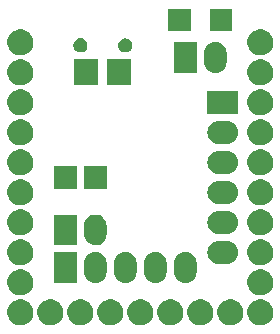
<source format=gbr>
G04 #@! TF.FileFunction,Soldermask,Bot*
%FSLAX46Y46*%
G04 Gerber Fmt 4.6, Leading zero omitted, Abs format (unit mm)*
G04 Created by KiCad (PCBNEW 0.201509251832+6217~30~ubuntu14.04.1-product) date gio 08 ott 2015 22:57:14 CEST*
%MOMM*%
G01*
G04 APERTURE LIST*
%ADD10C,0.100000*%
G04 APERTURE END LIST*
D10*
G36*
X138545538Y-114470726D02*
X138756852Y-114514103D01*
X138955721Y-114597699D01*
X139134563Y-114718330D01*
X139286569Y-114871401D01*
X139405948Y-115051080D01*
X139488153Y-115250525D01*
X139529848Y-115461101D01*
X139529848Y-115461132D01*
X139530047Y-115462139D01*
X139526606Y-115708534D01*
X139526380Y-115709531D01*
X139526379Y-115709567D01*
X139478821Y-115918891D01*
X139391077Y-116115969D01*
X139266728Y-116292245D01*
X139110506Y-116441012D01*
X138928369Y-116556600D01*
X138727243Y-116634611D01*
X138514800Y-116672071D01*
X138299126Y-116667553D01*
X138088434Y-116621230D01*
X137890758Y-116534867D01*
X137713613Y-116411749D01*
X137563760Y-116256571D01*
X137446902Y-116075243D01*
X137367491Y-115874673D01*
X137328547Y-115662488D01*
X137331560Y-115446792D01*
X137376412Y-115235780D01*
X137461392Y-115037505D01*
X137583269Y-114859508D01*
X137737396Y-114708576D01*
X137917904Y-114590455D01*
X138117922Y-114509643D01*
X138329823Y-114469220D01*
X138545538Y-114470726D01*
X138545538Y-114470726D01*
G37*
G36*
X141085538Y-114470726D02*
X141296852Y-114514103D01*
X141495721Y-114597699D01*
X141674563Y-114718330D01*
X141826569Y-114871401D01*
X141945948Y-115051080D01*
X142028153Y-115250525D01*
X142069848Y-115461101D01*
X142069848Y-115461132D01*
X142070047Y-115462139D01*
X142066606Y-115708534D01*
X142066380Y-115709531D01*
X142066379Y-115709567D01*
X142018821Y-115918891D01*
X141931077Y-116115969D01*
X141806728Y-116292245D01*
X141650506Y-116441012D01*
X141468369Y-116556600D01*
X141267243Y-116634611D01*
X141054800Y-116672071D01*
X140839126Y-116667553D01*
X140628434Y-116621230D01*
X140430758Y-116534867D01*
X140253613Y-116411749D01*
X140103760Y-116256571D01*
X139986902Y-116075243D01*
X139907491Y-115874673D01*
X139868547Y-115662488D01*
X139871560Y-115446792D01*
X139916412Y-115235780D01*
X140001392Y-115037505D01*
X140123269Y-114859508D01*
X140277396Y-114708576D01*
X140457904Y-114590455D01*
X140657922Y-114509643D01*
X140869823Y-114469220D01*
X141085538Y-114470726D01*
X141085538Y-114470726D01*
G37*
G36*
X151245538Y-114470726D02*
X151456852Y-114514103D01*
X151655721Y-114597699D01*
X151834563Y-114718330D01*
X151986569Y-114871401D01*
X152105948Y-115051080D01*
X152188153Y-115250525D01*
X152229848Y-115461101D01*
X152229848Y-115461132D01*
X152230047Y-115462139D01*
X152226606Y-115708534D01*
X152226380Y-115709531D01*
X152226379Y-115709567D01*
X152178821Y-115918891D01*
X152091077Y-116115969D01*
X151966728Y-116292245D01*
X151810506Y-116441012D01*
X151628369Y-116556600D01*
X151427243Y-116634611D01*
X151214800Y-116672071D01*
X150999126Y-116667553D01*
X150788434Y-116621230D01*
X150590758Y-116534867D01*
X150413613Y-116411749D01*
X150263760Y-116256571D01*
X150146902Y-116075243D01*
X150067491Y-115874673D01*
X150028547Y-115662488D01*
X150031560Y-115446792D01*
X150076412Y-115235780D01*
X150161392Y-115037505D01*
X150283269Y-114859508D01*
X150437396Y-114708576D01*
X150617904Y-114590455D01*
X150817922Y-114509643D01*
X151029823Y-114469220D01*
X151245538Y-114470726D01*
X151245538Y-114470726D01*
G37*
G36*
X143625538Y-114470726D02*
X143836852Y-114514103D01*
X144035721Y-114597699D01*
X144214563Y-114718330D01*
X144366569Y-114871401D01*
X144485948Y-115051080D01*
X144568153Y-115250525D01*
X144609848Y-115461101D01*
X144609848Y-115461132D01*
X144610047Y-115462139D01*
X144606606Y-115708534D01*
X144606380Y-115709531D01*
X144606379Y-115709567D01*
X144558821Y-115918891D01*
X144471077Y-116115969D01*
X144346728Y-116292245D01*
X144190506Y-116441012D01*
X144008369Y-116556600D01*
X143807243Y-116634611D01*
X143594800Y-116672071D01*
X143379126Y-116667553D01*
X143168434Y-116621230D01*
X142970758Y-116534867D01*
X142793613Y-116411749D01*
X142643760Y-116256571D01*
X142526902Y-116075243D01*
X142447491Y-115874673D01*
X142408547Y-115662488D01*
X142411560Y-115446792D01*
X142456412Y-115235780D01*
X142541392Y-115037505D01*
X142663269Y-114859508D01*
X142817396Y-114708576D01*
X142997904Y-114590455D01*
X143197922Y-114509643D01*
X143409823Y-114469220D01*
X143625538Y-114470726D01*
X143625538Y-114470726D01*
G37*
G36*
X146165538Y-114470726D02*
X146376852Y-114514103D01*
X146575721Y-114597699D01*
X146754563Y-114718330D01*
X146906569Y-114871401D01*
X147025948Y-115051080D01*
X147108153Y-115250525D01*
X147149848Y-115461101D01*
X147149848Y-115461132D01*
X147150047Y-115462139D01*
X147146606Y-115708534D01*
X147146380Y-115709531D01*
X147146379Y-115709567D01*
X147098821Y-115918891D01*
X147011077Y-116115969D01*
X146886728Y-116292245D01*
X146730506Y-116441012D01*
X146548369Y-116556600D01*
X146347243Y-116634611D01*
X146134800Y-116672071D01*
X145919126Y-116667553D01*
X145708434Y-116621230D01*
X145510758Y-116534867D01*
X145333613Y-116411749D01*
X145183760Y-116256571D01*
X145066902Y-116075243D01*
X144987491Y-115874673D01*
X144948547Y-115662488D01*
X144951560Y-115446792D01*
X144996412Y-115235780D01*
X145081392Y-115037505D01*
X145203269Y-114859508D01*
X145357396Y-114708576D01*
X145537904Y-114590455D01*
X145737922Y-114509643D01*
X145949823Y-114469220D01*
X146165538Y-114470726D01*
X146165538Y-114470726D01*
G37*
G36*
X153785538Y-114470726D02*
X153996852Y-114514103D01*
X154195721Y-114597699D01*
X154374563Y-114718330D01*
X154526569Y-114871401D01*
X154645948Y-115051080D01*
X154728153Y-115250525D01*
X154769848Y-115461101D01*
X154769848Y-115461132D01*
X154770047Y-115462139D01*
X154766606Y-115708534D01*
X154766380Y-115709531D01*
X154766379Y-115709567D01*
X154718821Y-115918891D01*
X154631077Y-116115969D01*
X154506728Y-116292245D01*
X154350506Y-116441012D01*
X154168369Y-116556600D01*
X153967243Y-116634611D01*
X153754800Y-116672071D01*
X153539126Y-116667553D01*
X153328434Y-116621230D01*
X153130758Y-116534867D01*
X152953613Y-116411749D01*
X152803760Y-116256571D01*
X152686902Y-116075243D01*
X152607491Y-115874673D01*
X152568547Y-115662488D01*
X152571560Y-115446792D01*
X152616412Y-115235780D01*
X152701392Y-115037505D01*
X152823269Y-114859508D01*
X152977396Y-114708576D01*
X153157904Y-114590455D01*
X153357922Y-114509643D01*
X153569823Y-114469220D01*
X153785538Y-114470726D01*
X153785538Y-114470726D01*
G37*
G36*
X156325538Y-114470726D02*
X156536852Y-114514103D01*
X156735721Y-114597699D01*
X156914563Y-114718330D01*
X157066569Y-114871401D01*
X157185948Y-115051080D01*
X157268153Y-115250525D01*
X157309848Y-115461101D01*
X157309848Y-115461132D01*
X157310047Y-115462139D01*
X157306606Y-115708534D01*
X157306380Y-115709531D01*
X157306379Y-115709567D01*
X157258821Y-115918891D01*
X157171077Y-116115969D01*
X157046728Y-116292245D01*
X156890506Y-116441012D01*
X156708369Y-116556600D01*
X156507243Y-116634611D01*
X156294800Y-116672071D01*
X156079126Y-116667553D01*
X155868434Y-116621230D01*
X155670758Y-116534867D01*
X155493613Y-116411749D01*
X155343760Y-116256571D01*
X155226902Y-116075243D01*
X155147491Y-115874673D01*
X155108547Y-115662488D01*
X155111560Y-115446792D01*
X155156412Y-115235780D01*
X155241392Y-115037505D01*
X155363269Y-114859508D01*
X155517396Y-114708576D01*
X155697904Y-114590455D01*
X155897922Y-114509643D01*
X156109823Y-114469220D01*
X156325538Y-114470726D01*
X156325538Y-114470726D01*
G37*
G36*
X158865538Y-114470726D02*
X159076852Y-114514103D01*
X159275721Y-114597699D01*
X159454563Y-114718330D01*
X159606569Y-114871401D01*
X159725948Y-115051080D01*
X159808153Y-115250525D01*
X159849848Y-115461101D01*
X159849848Y-115461132D01*
X159850047Y-115462139D01*
X159846606Y-115708534D01*
X159846380Y-115709531D01*
X159846379Y-115709567D01*
X159798821Y-115918891D01*
X159711077Y-116115969D01*
X159586728Y-116292245D01*
X159430506Y-116441012D01*
X159248369Y-116556600D01*
X159047243Y-116634611D01*
X158834800Y-116672071D01*
X158619126Y-116667553D01*
X158408434Y-116621230D01*
X158210758Y-116534867D01*
X158033613Y-116411749D01*
X157883760Y-116256571D01*
X157766902Y-116075243D01*
X157687491Y-115874673D01*
X157648547Y-115662488D01*
X157651560Y-115446792D01*
X157696412Y-115235780D01*
X157781392Y-115037505D01*
X157903269Y-114859508D01*
X158057396Y-114708576D01*
X158237904Y-114590455D01*
X158437922Y-114509643D01*
X158649823Y-114469220D01*
X158865538Y-114470726D01*
X158865538Y-114470726D01*
G37*
G36*
X148705538Y-114470726D02*
X148916852Y-114514103D01*
X149115721Y-114597699D01*
X149294563Y-114718330D01*
X149446569Y-114871401D01*
X149565948Y-115051080D01*
X149648153Y-115250525D01*
X149689848Y-115461101D01*
X149689848Y-115461132D01*
X149690047Y-115462139D01*
X149686606Y-115708534D01*
X149686380Y-115709531D01*
X149686379Y-115709567D01*
X149638821Y-115918891D01*
X149551077Y-116115969D01*
X149426728Y-116292245D01*
X149270506Y-116441012D01*
X149088369Y-116556600D01*
X148887243Y-116634611D01*
X148674800Y-116672071D01*
X148459126Y-116667553D01*
X148248434Y-116621230D01*
X148050758Y-116534867D01*
X147873613Y-116411749D01*
X147723760Y-116256571D01*
X147606902Y-116075243D01*
X147527491Y-115874673D01*
X147488547Y-115662488D01*
X147491560Y-115446792D01*
X147536412Y-115235780D01*
X147621392Y-115037505D01*
X147743269Y-114859508D01*
X147897396Y-114708576D01*
X148077904Y-114590455D01*
X148277922Y-114509643D01*
X148489823Y-114469220D01*
X148705538Y-114470726D01*
X148705538Y-114470726D01*
G37*
G36*
X158865538Y-111930726D02*
X159076852Y-111974103D01*
X159275721Y-112057699D01*
X159454563Y-112178330D01*
X159606569Y-112331401D01*
X159725948Y-112511080D01*
X159808153Y-112710525D01*
X159849848Y-112921101D01*
X159849848Y-112921132D01*
X159850047Y-112922139D01*
X159846606Y-113168534D01*
X159846380Y-113169531D01*
X159846379Y-113169567D01*
X159798821Y-113378891D01*
X159711077Y-113575969D01*
X159586728Y-113752245D01*
X159430506Y-113901012D01*
X159248369Y-114016600D01*
X159047243Y-114094611D01*
X158834800Y-114132071D01*
X158619126Y-114127553D01*
X158408434Y-114081230D01*
X158210758Y-113994867D01*
X158033613Y-113871749D01*
X157883760Y-113716571D01*
X157766902Y-113535243D01*
X157687491Y-113334673D01*
X157648547Y-113122488D01*
X157651560Y-112906792D01*
X157696412Y-112695780D01*
X157781392Y-112497505D01*
X157903269Y-112319508D01*
X158057396Y-112168576D01*
X158237904Y-112050455D01*
X158437922Y-111969643D01*
X158649823Y-111929220D01*
X158865538Y-111930726D01*
X158865538Y-111930726D01*
G37*
G36*
X138545538Y-111930726D02*
X138756852Y-111974103D01*
X138955721Y-112057699D01*
X139134563Y-112178330D01*
X139286569Y-112331401D01*
X139405948Y-112511080D01*
X139488153Y-112710525D01*
X139529848Y-112921101D01*
X139529848Y-112921132D01*
X139530047Y-112922139D01*
X139526606Y-113168534D01*
X139526380Y-113169531D01*
X139526379Y-113169567D01*
X139478821Y-113378891D01*
X139391077Y-113575969D01*
X139266728Y-113752245D01*
X139110506Y-113901012D01*
X138928369Y-114016600D01*
X138727243Y-114094611D01*
X138514800Y-114132071D01*
X138299126Y-114127553D01*
X138088434Y-114081230D01*
X137890758Y-113994867D01*
X137713613Y-113871749D01*
X137563760Y-113716571D01*
X137446902Y-113535243D01*
X137367491Y-113334673D01*
X137328547Y-113122488D01*
X137331560Y-112906792D01*
X137376412Y-112695780D01*
X137461392Y-112497505D01*
X137583269Y-112319508D01*
X137737396Y-112168576D01*
X137917904Y-112050455D01*
X138117922Y-111969643D01*
X138329823Y-111929220D01*
X138545538Y-111930726D01*
X138545538Y-111930726D01*
G37*
G36*
X152593290Y-110473517D02*
X152593327Y-110473528D01*
X152593437Y-110473540D01*
X152772790Y-110529059D01*
X152937944Y-110618357D01*
X153082607Y-110738033D01*
X153201270Y-110883528D01*
X153289413Y-111049301D01*
X153343679Y-111229038D01*
X153362000Y-111415891D01*
X153362000Y-112104367D01*
X153361951Y-112111452D01*
X153361948Y-112111475D01*
X153361906Y-112117541D01*
X153340978Y-112304120D01*
X153284208Y-112483081D01*
X153193759Y-112647607D01*
X153073076Y-112791432D01*
X152926756Y-112909076D01*
X152760372Y-112996060D01*
X152580261Y-113049069D01*
X152580162Y-113049078D01*
X152580128Y-113049088D01*
X152393286Y-113066092D01*
X152206710Y-113046483D01*
X152206673Y-113046472D01*
X152206563Y-113046460D01*
X152027210Y-112990941D01*
X151862056Y-112901643D01*
X151717393Y-112781967D01*
X151598730Y-112636472D01*
X151510587Y-112470699D01*
X151456321Y-112290962D01*
X151438000Y-112104109D01*
X151438000Y-111415633D01*
X151438049Y-111408548D01*
X151438052Y-111408525D01*
X151438094Y-111402459D01*
X151459022Y-111215880D01*
X151515792Y-111036919D01*
X151606241Y-110872393D01*
X151726924Y-110728568D01*
X151873244Y-110610924D01*
X152039628Y-110523940D01*
X152219739Y-110470931D01*
X152219838Y-110470922D01*
X152219872Y-110470912D01*
X152406714Y-110453908D01*
X152593290Y-110473517D01*
X152593290Y-110473517D01*
G37*
G36*
X150053290Y-110473517D02*
X150053327Y-110473528D01*
X150053437Y-110473540D01*
X150232790Y-110529059D01*
X150397944Y-110618357D01*
X150542607Y-110738033D01*
X150661270Y-110883528D01*
X150749413Y-111049301D01*
X150803679Y-111229038D01*
X150822000Y-111415891D01*
X150822000Y-112104367D01*
X150821951Y-112111452D01*
X150821948Y-112111475D01*
X150821906Y-112117541D01*
X150800978Y-112304120D01*
X150744208Y-112483081D01*
X150653759Y-112647607D01*
X150533076Y-112791432D01*
X150386756Y-112909076D01*
X150220372Y-112996060D01*
X150040261Y-113049069D01*
X150040162Y-113049078D01*
X150040128Y-113049088D01*
X149853286Y-113066092D01*
X149666710Y-113046483D01*
X149666673Y-113046472D01*
X149666563Y-113046460D01*
X149487210Y-112990941D01*
X149322056Y-112901643D01*
X149177393Y-112781967D01*
X149058730Y-112636472D01*
X148970587Y-112470699D01*
X148916321Y-112290962D01*
X148898000Y-112104109D01*
X148898000Y-111415633D01*
X148898049Y-111408548D01*
X148898052Y-111408525D01*
X148898094Y-111402459D01*
X148919022Y-111215880D01*
X148975792Y-111036919D01*
X149066241Y-110872393D01*
X149186924Y-110728568D01*
X149333244Y-110610924D01*
X149499628Y-110523940D01*
X149679739Y-110470931D01*
X149679838Y-110470922D01*
X149679872Y-110470912D01*
X149866714Y-110453908D01*
X150053290Y-110473517D01*
X150053290Y-110473517D01*
G37*
G36*
X147513290Y-110473517D02*
X147513327Y-110473528D01*
X147513437Y-110473540D01*
X147692790Y-110529059D01*
X147857944Y-110618357D01*
X148002607Y-110738033D01*
X148121270Y-110883528D01*
X148209413Y-111049301D01*
X148263679Y-111229038D01*
X148282000Y-111415891D01*
X148282000Y-112104367D01*
X148281951Y-112111452D01*
X148281948Y-112111475D01*
X148281906Y-112117541D01*
X148260978Y-112304120D01*
X148204208Y-112483081D01*
X148113759Y-112647607D01*
X147993076Y-112791432D01*
X147846756Y-112909076D01*
X147680372Y-112996060D01*
X147500261Y-113049069D01*
X147500162Y-113049078D01*
X147500128Y-113049088D01*
X147313286Y-113066092D01*
X147126710Y-113046483D01*
X147126673Y-113046472D01*
X147126563Y-113046460D01*
X146947210Y-112990941D01*
X146782056Y-112901643D01*
X146637393Y-112781967D01*
X146518730Y-112636472D01*
X146430587Y-112470699D01*
X146376321Y-112290962D01*
X146358000Y-112104109D01*
X146358000Y-111415633D01*
X146358049Y-111408548D01*
X146358052Y-111408525D01*
X146358094Y-111402459D01*
X146379022Y-111215880D01*
X146435792Y-111036919D01*
X146526241Y-110872393D01*
X146646924Y-110728568D01*
X146793244Y-110610924D01*
X146959628Y-110523940D01*
X147139739Y-110470931D01*
X147139838Y-110470922D01*
X147139872Y-110470912D01*
X147326714Y-110453908D01*
X147513290Y-110473517D01*
X147513290Y-110473517D01*
G37*
G36*
X144973290Y-110473517D02*
X144973327Y-110473528D01*
X144973437Y-110473540D01*
X145152790Y-110529059D01*
X145317944Y-110618357D01*
X145462607Y-110738033D01*
X145581270Y-110883528D01*
X145669413Y-111049301D01*
X145723679Y-111229038D01*
X145742000Y-111415891D01*
X145742000Y-112104367D01*
X145741951Y-112111452D01*
X145741948Y-112111475D01*
X145741906Y-112117541D01*
X145720978Y-112304120D01*
X145664208Y-112483081D01*
X145573759Y-112647607D01*
X145453076Y-112791432D01*
X145306756Y-112909076D01*
X145140372Y-112996060D01*
X144960261Y-113049069D01*
X144960162Y-113049078D01*
X144960128Y-113049088D01*
X144773286Y-113066092D01*
X144586710Y-113046483D01*
X144586673Y-113046472D01*
X144586563Y-113046460D01*
X144407210Y-112990941D01*
X144242056Y-112901643D01*
X144097393Y-112781967D01*
X143978730Y-112636472D01*
X143890587Y-112470699D01*
X143836321Y-112290962D01*
X143818000Y-112104109D01*
X143818000Y-111415633D01*
X143818049Y-111408548D01*
X143818052Y-111408525D01*
X143818094Y-111402459D01*
X143839022Y-111215880D01*
X143895792Y-111036919D01*
X143986241Y-110872393D01*
X144106924Y-110728568D01*
X144253244Y-110610924D01*
X144419628Y-110523940D01*
X144599739Y-110470931D01*
X144599838Y-110470922D01*
X144599872Y-110470912D01*
X144786714Y-110453908D01*
X144973290Y-110473517D01*
X144973290Y-110473517D01*
G37*
G36*
X143202000Y-113059820D02*
X141278000Y-113059820D01*
X141278000Y-110460180D01*
X143202000Y-110460180D01*
X143202000Y-113059820D01*
X143202000Y-113059820D01*
G37*
G36*
X158865538Y-109390726D02*
X159076852Y-109434103D01*
X159275721Y-109517699D01*
X159454563Y-109638330D01*
X159606569Y-109791401D01*
X159725948Y-109971080D01*
X159808153Y-110170525D01*
X159849848Y-110381101D01*
X159849848Y-110381132D01*
X159850047Y-110382139D01*
X159846606Y-110628534D01*
X159846380Y-110629531D01*
X159846379Y-110629567D01*
X159798821Y-110838891D01*
X159711077Y-111035969D01*
X159586728Y-111212245D01*
X159430506Y-111361012D01*
X159248369Y-111476600D01*
X159047243Y-111554611D01*
X158834800Y-111592071D01*
X158619126Y-111587553D01*
X158408434Y-111541230D01*
X158210758Y-111454867D01*
X158033613Y-111331749D01*
X157883760Y-111176571D01*
X157766902Y-110995243D01*
X157687491Y-110794673D01*
X157648547Y-110582488D01*
X157651560Y-110366792D01*
X157696412Y-110155780D01*
X157781392Y-109957505D01*
X157903269Y-109779508D01*
X158057396Y-109628576D01*
X158237904Y-109510455D01*
X158437922Y-109429643D01*
X158649823Y-109389220D01*
X158865538Y-109390726D01*
X158865538Y-109390726D01*
G37*
G36*
X138545538Y-109390726D02*
X138756852Y-109434103D01*
X138955721Y-109517699D01*
X139134563Y-109638330D01*
X139286569Y-109791401D01*
X139405948Y-109971080D01*
X139488153Y-110170525D01*
X139529848Y-110381101D01*
X139529848Y-110381132D01*
X139530047Y-110382139D01*
X139526606Y-110628534D01*
X139526380Y-110629531D01*
X139526379Y-110629567D01*
X139478821Y-110838891D01*
X139391077Y-111035969D01*
X139266728Y-111212245D01*
X139110506Y-111361012D01*
X138928369Y-111476600D01*
X138727243Y-111554611D01*
X138514800Y-111592071D01*
X138299126Y-111587553D01*
X138088434Y-111541230D01*
X137890758Y-111454867D01*
X137713613Y-111331749D01*
X137563760Y-111176571D01*
X137446902Y-110995243D01*
X137367491Y-110794673D01*
X137328547Y-110582488D01*
X137331560Y-110366792D01*
X137376412Y-110155780D01*
X137461392Y-109957505D01*
X137583269Y-109779508D01*
X137737396Y-109628576D01*
X137917904Y-109510455D01*
X138117922Y-109429643D01*
X138329823Y-109389220D01*
X138545538Y-109390726D01*
X138545538Y-109390726D01*
G37*
G36*
X155926452Y-109528049D02*
X155926475Y-109528052D01*
X155932541Y-109528094D01*
X156119120Y-109549022D01*
X156298081Y-109605792D01*
X156462607Y-109696241D01*
X156606432Y-109816924D01*
X156724076Y-109963244D01*
X156811060Y-110129628D01*
X156864069Y-110309739D01*
X156864078Y-110309838D01*
X156864088Y-110309872D01*
X156881092Y-110496714D01*
X156861483Y-110683290D01*
X156861472Y-110683327D01*
X156861460Y-110683437D01*
X156805941Y-110862790D01*
X156716643Y-111027944D01*
X156596967Y-111172607D01*
X156451472Y-111291270D01*
X156285699Y-111379413D01*
X156105962Y-111433679D01*
X155919109Y-111452000D01*
X155230633Y-111452000D01*
X155223548Y-111451951D01*
X155223525Y-111451948D01*
X155217459Y-111451906D01*
X155030880Y-111430978D01*
X154851919Y-111374208D01*
X154687393Y-111283759D01*
X154543568Y-111163076D01*
X154425924Y-111016756D01*
X154338940Y-110850372D01*
X154285931Y-110670261D01*
X154285922Y-110670162D01*
X154285912Y-110670128D01*
X154268908Y-110483286D01*
X154288517Y-110296710D01*
X154288528Y-110296673D01*
X154288540Y-110296563D01*
X154344059Y-110117210D01*
X154433357Y-109952056D01*
X154553033Y-109807393D01*
X154698528Y-109688730D01*
X154864301Y-109600587D01*
X155044038Y-109546321D01*
X155230891Y-109528000D01*
X155919367Y-109528000D01*
X155926452Y-109528049D01*
X155926452Y-109528049D01*
G37*
G36*
X144973290Y-107298517D02*
X144973327Y-107298528D01*
X144973437Y-107298540D01*
X145152790Y-107354059D01*
X145317944Y-107443357D01*
X145462607Y-107563033D01*
X145581270Y-107708528D01*
X145669413Y-107874301D01*
X145723679Y-108054038D01*
X145742000Y-108240891D01*
X145742000Y-108929367D01*
X145741951Y-108936452D01*
X145741948Y-108936475D01*
X145741906Y-108942541D01*
X145720978Y-109129120D01*
X145664208Y-109308081D01*
X145573759Y-109472607D01*
X145453076Y-109616432D01*
X145306756Y-109734076D01*
X145140372Y-109821060D01*
X144960261Y-109874069D01*
X144960162Y-109874078D01*
X144960128Y-109874088D01*
X144773286Y-109891092D01*
X144586710Y-109871483D01*
X144586673Y-109871472D01*
X144586563Y-109871460D01*
X144407210Y-109815941D01*
X144242056Y-109726643D01*
X144097393Y-109606967D01*
X143978730Y-109461472D01*
X143890587Y-109295699D01*
X143836321Y-109115962D01*
X143818000Y-108929109D01*
X143818000Y-108240633D01*
X143818049Y-108233548D01*
X143818052Y-108233525D01*
X143818094Y-108227459D01*
X143839022Y-108040880D01*
X143895792Y-107861919D01*
X143986241Y-107697393D01*
X144106924Y-107553568D01*
X144253244Y-107435924D01*
X144419628Y-107348940D01*
X144599739Y-107295931D01*
X144599838Y-107295922D01*
X144599872Y-107295912D01*
X144786714Y-107278908D01*
X144973290Y-107298517D01*
X144973290Y-107298517D01*
G37*
G36*
X143202000Y-109884820D02*
X141278000Y-109884820D01*
X141278000Y-107285180D01*
X143202000Y-107285180D01*
X143202000Y-109884820D01*
X143202000Y-109884820D01*
G37*
G36*
X138545538Y-106850726D02*
X138756852Y-106894103D01*
X138955721Y-106977699D01*
X139134563Y-107098330D01*
X139286569Y-107251401D01*
X139405948Y-107431080D01*
X139488153Y-107630525D01*
X139529848Y-107841101D01*
X139529848Y-107841132D01*
X139530047Y-107842139D01*
X139526606Y-108088534D01*
X139526380Y-108089531D01*
X139526379Y-108089567D01*
X139478821Y-108298891D01*
X139391077Y-108495969D01*
X139266728Y-108672245D01*
X139110506Y-108821012D01*
X138928369Y-108936600D01*
X138727243Y-109014611D01*
X138514800Y-109052071D01*
X138299126Y-109047553D01*
X138088434Y-109001230D01*
X137890758Y-108914867D01*
X137713613Y-108791749D01*
X137563760Y-108636571D01*
X137446902Y-108455243D01*
X137367491Y-108254673D01*
X137328547Y-108042488D01*
X137331560Y-107826792D01*
X137376412Y-107615780D01*
X137461392Y-107417505D01*
X137583269Y-107239508D01*
X137737396Y-107088576D01*
X137917904Y-106970455D01*
X138117922Y-106889643D01*
X138329823Y-106849220D01*
X138545538Y-106850726D01*
X138545538Y-106850726D01*
G37*
G36*
X158865538Y-106850726D02*
X159076852Y-106894103D01*
X159275721Y-106977699D01*
X159454563Y-107098330D01*
X159606569Y-107251401D01*
X159725948Y-107431080D01*
X159808153Y-107630525D01*
X159849848Y-107841101D01*
X159849848Y-107841132D01*
X159850047Y-107842139D01*
X159846606Y-108088534D01*
X159846380Y-108089531D01*
X159846379Y-108089567D01*
X159798821Y-108298891D01*
X159711077Y-108495969D01*
X159586728Y-108672245D01*
X159430506Y-108821012D01*
X159248369Y-108936600D01*
X159047243Y-109014611D01*
X158834800Y-109052071D01*
X158619126Y-109047553D01*
X158408434Y-109001230D01*
X158210758Y-108914867D01*
X158033613Y-108791749D01*
X157883760Y-108636571D01*
X157766902Y-108455243D01*
X157687491Y-108254673D01*
X157648547Y-108042488D01*
X157651560Y-107826792D01*
X157696412Y-107615780D01*
X157781392Y-107417505D01*
X157903269Y-107239508D01*
X158057396Y-107088576D01*
X158237904Y-106970455D01*
X158437922Y-106889643D01*
X158649823Y-106849220D01*
X158865538Y-106850726D01*
X158865538Y-106850726D01*
G37*
G36*
X155926452Y-106988049D02*
X155926475Y-106988052D01*
X155932541Y-106988094D01*
X156119120Y-107009022D01*
X156298081Y-107065792D01*
X156462607Y-107156241D01*
X156606432Y-107276924D01*
X156724076Y-107423244D01*
X156811060Y-107589628D01*
X156864069Y-107769739D01*
X156864078Y-107769838D01*
X156864088Y-107769872D01*
X156881092Y-107956714D01*
X156861483Y-108143290D01*
X156861472Y-108143327D01*
X156861460Y-108143437D01*
X156805941Y-108322790D01*
X156716643Y-108487944D01*
X156596967Y-108632607D01*
X156451472Y-108751270D01*
X156285699Y-108839413D01*
X156105962Y-108893679D01*
X155919109Y-108912000D01*
X155230633Y-108912000D01*
X155223548Y-108911951D01*
X155223525Y-108911948D01*
X155217459Y-108911906D01*
X155030880Y-108890978D01*
X154851919Y-108834208D01*
X154687393Y-108743759D01*
X154543568Y-108623076D01*
X154425924Y-108476756D01*
X154338940Y-108310372D01*
X154285931Y-108130261D01*
X154285922Y-108130162D01*
X154285912Y-108130128D01*
X154268908Y-107943286D01*
X154288517Y-107756710D01*
X154288528Y-107756673D01*
X154288540Y-107756563D01*
X154344059Y-107577210D01*
X154433357Y-107412056D01*
X154553033Y-107267393D01*
X154698528Y-107148730D01*
X154864301Y-107060587D01*
X155044038Y-107006321D01*
X155230891Y-106988000D01*
X155919367Y-106988000D01*
X155926452Y-106988049D01*
X155926452Y-106988049D01*
G37*
G36*
X138545538Y-104310726D02*
X138756852Y-104354103D01*
X138955721Y-104437699D01*
X139134563Y-104558330D01*
X139286569Y-104711401D01*
X139405948Y-104891080D01*
X139488153Y-105090525D01*
X139529848Y-105301101D01*
X139529848Y-105301132D01*
X139530047Y-105302139D01*
X139526606Y-105548534D01*
X139526380Y-105549531D01*
X139526379Y-105549567D01*
X139478821Y-105758891D01*
X139391077Y-105955969D01*
X139266728Y-106132245D01*
X139110506Y-106281012D01*
X138928369Y-106396600D01*
X138727243Y-106474611D01*
X138514800Y-106512071D01*
X138299126Y-106507553D01*
X138088434Y-106461230D01*
X137890758Y-106374867D01*
X137713613Y-106251749D01*
X137563760Y-106096571D01*
X137446902Y-105915243D01*
X137367491Y-105714673D01*
X137328547Y-105502488D01*
X137331560Y-105286792D01*
X137376412Y-105075780D01*
X137461392Y-104877505D01*
X137583269Y-104699508D01*
X137737396Y-104548576D01*
X137917904Y-104430455D01*
X138117922Y-104349643D01*
X138329823Y-104309220D01*
X138545538Y-104310726D01*
X138545538Y-104310726D01*
G37*
G36*
X158865538Y-104310726D02*
X159076852Y-104354103D01*
X159275721Y-104437699D01*
X159454563Y-104558330D01*
X159606569Y-104711401D01*
X159725948Y-104891080D01*
X159808153Y-105090525D01*
X159849848Y-105301101D01*
X159849848Y-105301132D01*
X159850047Y-105302139D01*
X159846606Y-105548534D01*
X159846380Y-105549531D01*
X159846379Y-105549567D01*
X159798821Y-105758891D01*
X159711077Y-105955969D01*
X159586728Y-106132245D01*
X159430506Y-106281012D01*
X159248369Y-106396600D01*
X159047243Y-106474611D01*
X158834800Y-106512071D01*
X158619126Y-106507553D01*
X158408434Y-106461230D01*
X158210758Y-106374867D01*
X158033613Y-106251749D01*
X157883760Y-106096571D01*
X157766902Y-105915243D01*
X157687491Y-105714673D01*
X157648547Y-105502488D01*
X157651560Y-105286792D01*
X157696412Y-105075780D01*
X157781392Y-104877505D01*
X157903269Y-104699508D01*
X158057396Y-104548576D01*
X158237904Y-104430455D01*
X158437922Y-104349643D01*
X158649823Y-104309220D01*
X158865538Y-104310726D01*
X158865538Y-104310726D01*
G37*
G36*
X155926452Y-104448049D02*
X155926475Y-104448052D01*
X155932541Y-104448094D01*
X156119120Y-104469022D01*
X156298081Y-104525792D01*
X156462607Y-104616241D01*
X156606432Y-104736924D01*
X156724076Y-104883244D01*
X156811060Y-105049628D01*
X156864069Y-105229739D01*
X156864078Y-105229838D01*
X156864088Y-105229872D01*
X156881092Y-105416714D01*
X156861483Y-105603290D01*
X156861472Y-105603327D01*
X156861460Y-105603437D01*
X156805941Y-105782790D01*
X156716643Y-105947944D01*
X156596967Y-106092607D01*
X156451472Y-106211270D01*
X156285699Y-106299413D01*
X156105962Y-106353679D01*
X155919109Y-106372000D01*
X155230633Y-106372000D01*
X155223548Y-106371951D01*
X155223525Y-106371948D01*
X155217459Y-106371906D01*
X155030880Y-106350978D01*
X154851919Y-106294208D01*
X154687393Y-106203759D01*
X154543568Y-106083076D01*
X154425924Y-105936756D01*
X154338940Y-105770372D01*
X154285931Y-105590261D01*
X154285922Y-105590162D01*
X154285912Y-105590128D01*
X154268908Y-105403286D01*
X154288517Y-105216710D01*
X154288528Y-105216673D01*
X154288540Y-105216563D01*
X154344059Y-105037210D01*
X154433357Y-104872056D01*
X154553033Y-104727393D01*
X154698528Y-104608730D01*
X154864301Y-104520587D01*
X155044038Y-104466321D01*
X155230891Y-104448000D01*
X155919367Y-104448000D01*
X155926452Y-104448049D01*
X155926452Y-104448049D01*
G37*
G36*
X145730570Y-105090570D02*
X143829430Y-105090570D01*
X143829430Y-103189430D01*
X145730570Y-103189430D01*
X145730570Y-105090570D01*
X145730570Y-105090570D01*
G37*
G36*
X143190570Y-105090570D02*
X141289430Y-105090570D01*
X141289430Y-103189430D01*
X143190570Y-103189430D01*
X143190570Y-105090570D01*
X143190570Y-105090570D01*
G37*
G36*
X138545538Y-101770726D02*
X138756852Y-101814103D01*
X138955721Y-101897699D01*
X139134563Y-102018330D01*
X139286569Y-102171401D01*
X139405948Y-102351080D01*
X139488153Y-102550525D01*
X139529848Y-102761101D01*
X139529848Y-102761132D01*
X139530047Y-102762139D01*
X139526606Y-103008534D01*
X139526380Y-103009531D01*
X139526379Y-103009567D01*
X139478821Y-103218891D01*
X139391077Y-103415969D01*
X139266728Y-103592245D01*
X139110506Y-103741012D01*
X138928369Y-103856600D01*
X138727243Y-103934611D01*
X138514800Y-103972071D01*
X138299126Y-103967553D01*
X138088434Y-103921230D01*
X137890758Y-103834867D01*
X137713613Y-103711749D01*
X137563760Y-103556571D01*
X137446902Y-103375243D01*
X137367491Y-103174673D01*
X137328547Y-102962488D01*
X137331560Y-102746792D01*
X137376412Y-102535780D01*
X137461392Y-102337505D01*
X137583269Y-102159508D01*
X137737396Y-102008576D01*
X137917904Y-101890455D01*
X138117922Y-101809643D01*
X138329823Y-101769220D01*
X138545538Y-101770726D01*
X138545538Y-101770726D01*
G37*
G36*
X158865538Y-101770726D02*
X159076852Y-101814103D01*
X159275721Y-101897699D01*
X159454563Y-102018330D01*
X159606569Y-102171401D01*
X159725948Y-102351080D01*
X159808153Y-102550525D01*
X159849848Y-102761101D01*
X159849848Y-102761132D01*
X159850047Y-102762139D01*
X159846606Y-103008534D01*
X159846380Y-103009531D01*
X159846379Y-103009567D01*
X159798821Y-103218891D01*
X159711077Y-103415969D01*
X159586728Y-103592245D01*
X159430506Y-103741012D01*
X159248369Y-103856600D01*
X159047243Y-103934611D01*
X158834800Y-103972071D01*
X158619126Y-103967553D01*
X158408434Y-103921230D01*
X158210758Y-103834867D01*
X158033613Y-103711749D01*
X157883760Y-103556571D01*
X157766902Y-103375243D01*
X157687491Y-103174673D01*
X157648547Y-102962488D01*
X157651560Y-102746792D01*
X157696412Y-102535780D01*
X157781392Y-102337505D01*
X157903269Y-102159508D01*
X158057396Y-102008576D01*
X158237904Y-101890455D01*
X158437922Y-101809643D01*
X158649823Y-101769220D01*
X158865538Y-101770726D01*
X158865538Y-101770726D01*
G37*
G36*
X155926452Y-101908049D02*
X155926475Y-101908052D01*
X155932541Y-101908094D01*
X156119120Y-101929022D01*
X156298081Y-101985792D01*
X156462607Y-102076241D01*
X156606432Y-102196924D01*
X156724076Y-102343244D01*
X156811060Y-102509628D01*
X156864069Y-102689739D01*
X156864078Y-102689838D01*
X156864088Y-102689872D01*
X156881092Y-102876714D01*
X156861483Y-103063290D01*
X156861472Y-103063327D01*
X156861460Y-103063437D01*
X156805941Y-103242790D01*
X156716643Y-103407944D01*
X156596967Y-103552607D01*
X156451472Y-103671270D01*
X156285699Y-103759413D01*
X156105962Y-103813679D01*
X155919109Y-103832000D01*
X155230633Y-103832000D01*
X155223548Y-103831951D01*
X155223525Y-103831948D01*
X155217459Y-103831906D01*
X155030880Y-103810978D01*
X154851919Y-103754208D01*
X154687393Y-103663759D01*
X154543568Y-103543076D01*
X154425924Y-103396756D01*
X154338940Y-103230372D01*
X154285931Y-103050261D01*
X154285922Y-103050162D01*
X154285912Y-103050128D01*
X154268908Y-102863286D01*
X154288517Y-102676710D01*
X154288528Y-102676673D01*
X154288540Y-102676563D01*
X154344059Y-102497210D01*
X154433357Y-102332056D01*
X154553033Y-102187393D01*
X154698528Y-102068730D01*
X154864301Y-101980587D01*
X155044038Y-101926321D01*
X155230891Y-101908000D01*
X155919367Y-101908000D01*
X155926452Y-101908049D01*
X155926452Y-101908049D01*
G37*
G36*
X158865538Y-99230726D02*
X159076852Y-99274103D01*
X159275721Y-99357699D01*
X159454563Y-99478330D01*
X159606569Y-99631401D01*
X159725948Y-99811080D01*
X159808153Y-100010525D01*
X159849848Y-100221101D01*
X159849848Y-100221132D01*
X159850047Y-100222139D01*
X159846606Y-100468534D01*
X159846380Y-100469531D01*
X159846379Y-100469567D01*
X159798821Y-100678891D01*
X159711077Y-100875969D01*
X159586728Y-101052245D01*
X159430506Y-101201012D01*
X159248369Y-101316600D01*
X159047243Y-101394611D01*
X158834800Y-101432071D01*
X158619126Y-101427553D01*
X158408434Y-101381230D01*
X158210758Y-101294867D01*
X158033613Y-101171749D01*
X157883760Y-101016571D01*
X157766902Y-100835243D01*
X157687491Y-100634673D01*
X157648547Y-100422488D01*
X157651560Y-100206792D01*
X157696412Y-99995780D01*
X157781392Y-99797505D01*
X157903269Y-99619508D01*
X158057396Y-99468576D01*
X158237904Y-99350455D01*
X158437922Y-99269643D01*
X158649823Y-99229220D01*
X158865538Y-99230726D01*
X158865538Y-99230726D01*
G37*
G36*
X138545538Y-99230726D02*
X138756852Y-99274103D01*
X138955721Y-99357699D01*
X139134563Y-99478330D01*
X139286569Y-99631401D01*
X139405948Y-99811080D01*
X139488153Y-100010525D01*
X139529848Y-100221101D01*
X139529848Y-100221132D01*
X139530047Y-100222139D01*
X139526606Y-100468534D01*
X139526380Y-100469531D01*
X139526379Y-100469567D01*
X139478821Y-100678891D01*
X139391077Y-100875969D01*
X139266728Y-101052245D01*
X139110506Y-101201012D01*
X138928369Y-101316600D01*
X138727243Y-101394611D01*
X138514800Y-101432071D01*
X138299126Y-101427553D01*
X138088434Y-101381230D01*
X137890758Y-101294867D01*
X137713613Y-101171749D01*
X137563760Y-101016571D01*
X137446902Y-100835243D01*
X137367491Y-100634673D01*
X137328547Y-100422488D01*
X137331560Y-100206792D01*
X137376412Y-99995780D01*
X137461392Y-99797505D01*
X137583269Y-99619508D01*
X137737396Y-99468576D01*
X137917904Y-99350455D01*
X138117922Y-99269643D01*
X138329823Y-99229220D01*
X138545538Y-99230726D01*
X138545538Y-99230726D01*
G37*
G36*
X155926452Y-99368049D02*
X155926475Y-99368052D01*
X155932541Y-99368094D01*
X156119120Y-99389022D01*
X156298081Y-99445792D01*
X156462607Y-99536241D01*
X156606432Y-99656924D01*
X156724076Y-99803244D01*
X156811060Y-99969628D01*
X156864069Y-100149739D01*
X156864078Y-100149838D01*
X156864088Y-100149872D01*
X156881092Y-100336714D01*
X156861483Y-100523290D01*
X156861472Y-100523327D01*
X156861460Y-100523437D01*
X156805941Y-100702790D01*
X156716643Y-100867944D01*
X156596967Y-101012607D01*
X156451472Y-101131270D01*
X156285699Y-101219413D01*
X156105962Y-101273679D01*
X155919109Y-101292000D01*
X155230633Y-101292000D01*
X155223548Y-101291951D01*
X155223525Y-101291948D01*
X155217459Y-101291906D01*
X155030880Y-101270978D01*
X154851919Y-101214208D01*
X154687393Y-101123759D01*
X154543568Y-101003076D01*
X154425924Y-100856756D01*
X154338940Y-100690372D01*
X154285931Y-100510261D01*
X154285922Y-100510162D01*
X154285912Y-100510128D01*
X154268908Y-100323286D01*
X154288517Y-100136710D01*
X154288528Y-100136673D01*
X154288540Y-100136563D01*
X154344059Y-99957210D01*
X154433357Y-99792056D01*
X154553033Y-99647393D01*
X154698528Y-99528730D01*
X154864301Y-99440587D01*
X155044038Y-99386321D01*
X155230891Y-99368000D01*
X155919367Y-99368000D01*
X155926452Y-99368049D01*
X155926452Y-99368049D01*
G37*
G36*
X138545538Y-96690726D02*
X138756852Y-96734103D01*
X138955721Y-96817699D01*
X139134563Y-96938330D01*
X139286569Y-97091401D01*
X139405948Y-97271080D01*
X139488153Y-97470525D01*
X139529848Y-97681101D01*
X139529848Y-97681132D01*
X139530047Y-97682139D01*
X139526606Y-97928534D01*
X139526380Y-97929531D01*
X139526379Y-97929567D01*
X139478821Y-98138891D01*
X139391077Y-98335969D01*
X139266728Y-98512245D01*
X139110506Y-98661012D01*
X138928369Y-98776600D01*
X138727243Y-98854611D01*
X138514800Y-98892071D01*
X138299126Y-98887553D01*
X138088434Y-98841230D01*
X137890758Y-98754867D01*
X137713613Y-98631749D01*
X137563760Y-98476571D01*
X137446902Y-98295243D01*
X137367491Y-98094673D01*
X137328547Y-97882488D01*
X137331560Y-97666792D01*
X137376412Y-97455780D01*
X137461392Y-97257505D01*
X137583269Y-97079508D01*
X137737396Y-96928576D01*
X137917904Y-96810455D01*
X138117922Y-96729643D01*
X138329823Y-96689220D01*
X138545538Y-96690726D01*
X138545538Y-96690726D01*
G37*
G36*
X158865538Y-96690726D02*
X159076852Y-96734103D01*
X159275721Y-96817699D01*
X159454563Y-96938330D01*
X159606569Y-97091401D01*
X159725948Y-97271080D01*
X159808153Y-97470525D01*
X159849848Y-97681101D01*
X159849848Y-97681132D01*
X159850047Y-97682139D01*
X159846606Y-97928534D01*
X159846380Y-97929531D01*
X159846379Y-97929567D01*
X159798821Y-98138891D01*
X159711077Y-98335969D01*
X159586728Y-98512245D01*
X159430506Y-98661012D01*
X159248369Y-98776600D01*
X159047243Y-98854611D01*
X158834800Y-98892071D01*
X158619126Y-98887553D01*
X158408434Y-98841230D01*
X158210758Y-98754867D01*
X158033613Y-98631749D01*
X157883760Y-98476571D01*
X157766902Y-98295243D01*
X157687491Y-98094673D01*
X157648547Y-97882488D01*
X157651560Y-97666792D01*
X157696412Y-97455780D01*
X157781392Y-97257505D01*
X157903269Y-97079508D01*
X158057396Y-96928576D01*
X158237904Y-96810455D01*
X158437922Y-96729643D01*
X158649823Y-96689220D01*
X158865538Y-96690726D01*
X158865538Y-96690726D01*
G37*
G36*
X156874820Y-98752000D02*
X154275180Y-98752000D01*
X154275180Y-96828000D01*
X156874820Y-96828000D01*
X156874820Y-98752000D01*
X156874820Y-98752000D01*
G37*
G36*
X158865538Y-94150726D02*
X159076852Y-94194103D01*
X159275721Y-94277699D01*
X159454563Y-94398330D01*
X159606569Y-94551401D01*
X159725948Y-94731080D01*
X159808153Y-94930525D01*
X159849848Y-95141101D01*
X159849848Y-95141132D01*
X159850047Y-95142139D01*
X159846606Y-95388534D01*
X159846380Y-95389531D01*
X159846379Y-95389567D01*
X159798821Y-95598891D01*
X159711077Y-95795969D01*
X159586728Y-95972245D01*
X159430506Y-96121012D01*
X159248369Y-96236600D01*
X159047243Y-96314611D01*
X158834800Y-96352071D01*
X158619126Y-96347553D01*
X158408434Y-96301230D01*
X158210758Y-96214867D01*
X158033613Y-96091749D01*
X157883760Y-95936571D01*
X157766902Y-95755243D01*
X157687491Y-95554673D01*
X157648547Y-95342488D01*
X157651560Y-95126792D01*
X157696412Y-94915780D01*
X157781392Y-94717505D01*
X157903269Y-94539508D01*
X158057396Y-94388576D01*
X158237904Y-94270455D01*
X158437922Y-94189643D01*
X158649823Y-94149220D01*
X158865538Y-94150726D01*
X158865538Y-94150726D01*
G37*
G36*
X138545538Y-94150726D02*
X138756852Y-94194103D01*
X138955721Y-94277699D01*
X139134563Y-94398330D01*
X139286569Y-94551401D01*
X139405948Y-94731080D01*
X139488153Y-94930525D01*
X139529848Y-95141101D01*
X139529848Y-95141132D01*
X139530047Y-95142139D01*
X139526606Y-95388534D01*
X139526380Y-95389531D01*
X139526379Y-95389567D01*
X139478821Y-95598891D01*
X139391077Y-95795969D01*
X139266728Y-95972245D01*
X139110506Y-96121012D01*
X138928369Y-96236600D01*
X138727243Y-96314611D01*
X138514800Y-96352071D01*
X138299126Y-96347553D01*
X138088434Y-96301230D01*
X137890758Y-96214867D01*
X137713613Y-96091749D01*
X137563760Y-95936571D01*
X137446902Y-95755243D01*
X137367491Y-95554673D01*
X137328547Y-95342488D01*
X137331560Y-95126792D01*
X137376412Y-94915780D01*
X137461392Y-94717505D01*
X137583269Y-94539508D01*
X137737396Y-94388576D01*
X137917904Y-94270455D01*
X138117922Y-94189643D01*
X138329823Y-94149220D01*
X138545538Y-94150726D01*
X138545538Y-94150726D01*
G37*
G36*
X145018100Y-96351700D02*
X143017900Y-96351700D01*
X143017900Y-94148300D01*
X145018100Y-94148300D01*
X145018100Y-96351700D01*
X145018100Y-96351700D01*
G37*
G36*
X147812100Y-96351700D02*
X145811900Y-96351700D01*
X145811900Y-94148300D01*
X147812100Y-94148300D01*
X147812100Y-96351700D01*
X147812100Y-96351700D01*
G37*
G36*
X155133290Y-92693517D02*
X155133327Y-92693528D01*
X155133437Y-92693540D01*
X155312790Y-92749059D01*
X155477944Y-92838357D01*
X155622607Y-92958033D01*
X155741270Y-93103528D01*
X155829413Y-93269301D01*
X155883679Y-93449038D01*
X155902000Y-93635891D01*
X155902000Y-94324367D01*
X155901951Y-94331452D01*
X155901948Y-94331475D01*
X155901906Y-94337541D01*
X155880978Y-94524120D01*
X155824208Y-94703081D01*
X155733759Y-94867607D01*
X155613076Y-95011432D01*
X155466756Y-95129076D01*
X155300372Y-95216060D01*
X155120261Y-95269069D01*
X155120162Y-95269078D01*
X155120128Y-95269088D01*
X154933286Y-95286092D01*
X154746710Y-95266483D01*
X154746673Y-95266472D01*
X154746563Y-95266460D01*
X154567210Y-95210941D01*
X154402056Y-95121643D01*
X154257393Y-95001967D01*
X154138730Y-94856472D01*
X154050587Y-94690699D01*
X153996321Y-94510962D01*
X153978000Y-94324109D01*
X153978000Y-93635633D01*
X153978049Y-93628548D01*
X153978052Y-93628525D01*
X153978094Y-93622459D01*
X153999022Y-93435880D01*
X154055792Y-93256919D01*
X154146241Y-93092393D01*
X154266924Y-92948568D01*
X154413244Y-92830924D01*
X154579628Y-92743940D01*
X154759739Y-92690931D01*
X154759838Y-92690922D01*
X154759872Y-92690912D01*
X154946714Y-92673908D01*
X155133290Y-92693517D01*
X155133290Y-92693517D01*
G37*
G36*
X153362000Y-95279820D02*
X151438000Y-95279820D01*
X151438000Y-92680180D01*
X153362000Y-92680180D01*
X153362000Y-95279820D01*
X153362000Y-95279820D01*
G37*
G36*
X158865538Y-91610726D02*
X159076852Y-91654103D01*
X159275721Y-91737699D01*
X159454563Y-91858330D01*
X159606569Y-92011401D01*
X159725948Y-92191080D01*
X159808153Y-92390525D01*
X159849848Y-92601101D01*
X159849848Y-92601132D01*
X159850047Y-92602139D01*
X159846606Y-92848534D01*
X159846380Y-92849531D01*
X159846379Y-92849567D01*
X159798821Y-93058891D01*
X159711077Y-93255969D01*
X159586728Y-93432245D01*
X159430506Y-93581012D01*
X159248369Y-93696600D01*
X159047243Y-93774611D01*
X158834800Y-93812071D01*
X158619126Y-93807553D01*
X158408434Y-93761230D01*
X158210758Y-93674867D01*
X158033613Y-93551749D01*
X157883760Y-93396571D01*
X157766902Y-93215243D01*
X157687491Y-93014673D01*
X157648547Y-92802488D01*
X157651560Y-92586792D01*
X157696412Y-92375780D01*
X157781392Y-92177505D01*
X157903269Y-91999508D01*
X158057396Y-91848576D01*
X158237904Y-91730455D01*
X158437922Y-91649643D01*
X158649823Y-91609220D01*
X158865538Y-91610726D01*
X158865538Y-91610726D01*
G37*
G36*
X138545538Y-91610726D02*
X138756852Y-91654103D01*
X138955721Y-91737699D01*
X139134563Y-91858330D01*
X139286569Y-92011401D01*
X139405948Y-92191080D01*
X139488153Y-92390525D01*
X139529848Y-92601101D01*
X139529848Y-92601132D01*
X139530047Y-92602139D01*
X139526606Y-92848534D01*
X139526380Y-92849531D01*
X139526379Y-92849567D01*
X139478821Y-93058891D01*
X139391077Y-93255969D01*
X139266728Y-93432245D01*
X139110506Y-93581012D01*
X138928369Y-93696600D01*
X138727243Y-93774611D01*
X138514800Y-93812071D01*
X138299126Y-93807553D01*
X138088434Y-93761230D01*
X137890758Y-93674867D01*
X137713613Y-93551749D01*
X137563760Y-93396571D01*
X137446902Y-93215243D01*
X137367491Y-93014673D01*
X137328547Y-92802488D01*
X137331560Y-92586792D01*
X137376412Y-92375780D01*
X137461392Y-92177505D01*
X137583269Y-91999508D01*
X137737396Y-91848576D01*
X137917904Y-91730455D01*
X138117922Y-91649643D01*
X138329823Y-91609220D01*
X138545538Y-91610726D01*
X138545538Y-91610726D01*
G37*
G36*
X147377813Y-92355452D02*
X147492845Y-92379065D01*
X147601091Y-92424568D01*
X147698449Y-92490236D01*
X147781191Y-92573558D01*
X147846174Y-92671366D01*
X147890924Y-92779938D01*
X147913527Y-92894088D01*
X147913526Y-92894124D01*
X147913725Y-92895127D01*
X147911853Y-93029250D01*
X147911625Y-93030252D01*
X147911625Y-93030283D01*
X147885844Y-93143759D01*
X147838082Y-93251035D01*
X147770388Y-93346996D01*
X147685356Y-93427973D01*
X147586208Y-93490893D01*
X147476723Y-93533359D01*
X147361081Y-93553750D01*
X147243679Y-93551291D01*
X147128989Y-93526075D01*
X147021386Y-93479064D01*
X146924953Y-93412042D01*
X146843384Y-93327575D01*
X146779774Y-93228871D01*
X146736545Y-93119687D01*
X146715346Y-93004184D01*
X146716986Y-92886771D01*
X146741400Y-92771908D01*
X146787658Y-92663981D01*
X146854004Y-92567085D01*
X146937904Y-92484924D01*
X147036164Y-92420625D01*
X147145040Y-92376636D01*
X147260388Y-92354633D01*
X147377813Y-92355452D01*
X147377813Y-92355452D01*
G37*
G36*
X143580513Y-92352912D02*
X143695545Y-92376525D01*
X143803791Y-92422028D01*
X143901149Y-92487696D01*
X143983891Y-92571018D01*
X144048874Y-92668826D01*
X144093624Y-92777398D01*
X144116227Y-92891548D01*
X144116226Y-92891584D01*
X144116425Y-92892587D01*
X144114553Y-93026710D01*
X144114325Y-93027712D01*
X144114325Y-93027743D01*
X144088544Y-93141219D01*
X144040782Y-93248495D01*
X143973088Y-93344456D01*
X143888056Y-93425433D01*
X143788908Y-93488353D01*
X143679423Y-93530819D01*
X143563781Y-93551210D01*
X143446379Y-93548751D01*
X143331689Y-93523535D01*
X143224086Y-93476524D01*
X143127653Y-93409502D01*
X143046084Y-93325035D01*
X142982474Y-93226331D01*
X142939245Y-93117147D01*
X142918046Y-93001644D01*
X142919686Y-92884231D01*
X142944100Y-92769368D01*
X142990358Y-92661441D01*
X143056704Y-92564545D01*
X143140604Y-92482384D01*
X143238864Y-92418085D01*
X143347740Y-92374096D01*
X143463088Y-92352093D01*
X143580513Y-92352912D01*
X143580513Y-92352912D01*
G37*
G36*
X152871780Y-91754300D02*
X150973180Y-91754300D01*
X150973180Y-89855700D01*
X152871780Y-89855700D01*
X152871780Y-91754300D01*
X152871780Y-91754300D01*
G37*
G36*
X156366820Y-91754300D02*
X154468220Y-91754300D01*
X154468220Y-89855700D01*
X156366820Y-89855700D01*
X156366820Y-91754300D01*
X156366820Y-91754300D01*
G37*
M02*

</source>
